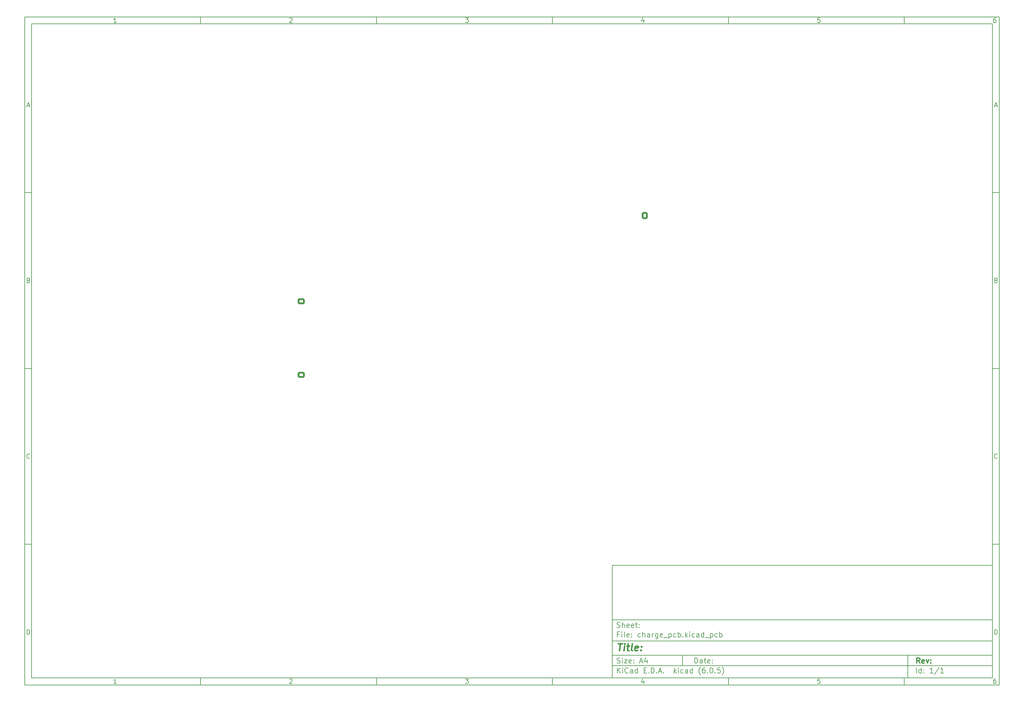
<source format=gbo>
G04 #@! TF.GenerationSoftware,KiCad,Pcbnew,(6.0.5)*
G04 #@! TF.CreationDate,2023-05-02T09:08:16+02:00*
G04 #@! TF.ProjectId,charge_pcb,63686172-6765-45f7-9063-622e6b696361,rev?*
G04 #@! TF.SameCoordinates,Original*
G04 #@! TF.FileFunction,Legend,Bot*
G04 #@! TF.FilePolarity,Positive*
%FSLAX46Y46*%
G04 Gerber Fmt 4.6, Leading zero omitted, Abs format (unit mm)*
G04 Created by KiCad (PCBNEW (6.0.5)) date 2023-05-02 09:08:16*
%MOMM*%
%LPD*%
G01*
G04 APERTURE LIST*
G04 Aperture macros list*
%AMRoundRect*
0 Rectangle with rounded corners*
0 $1 Rounding radius*
0 $2 $3 $4 $5 $6 $7 $8 $9 X,Y pos of 4 corners*
0 Add a 4 corners polygon primitive as box body*
4,1,4,$2,$3,$4,$5,$6,$7,$8,$9,$2,$3,0*
0 Add four circle primitives for the rounded corners*
1,1,$1+$1,$2,$3*
1,1,$1+$1,$4,$5*
1,1,$1+$1,$6,$7*
1,1,$1+$1,$8,$9*
0 Add four rect primitives between the rounded corners*
20,1,$1+$1,$2,$3,$4,$5,0*
20,1,$1+$1,$4,$5,$6,$7,0*
20,1,$1+$1,$6,$7,$8,$9,0*
20,1,$1+$1,$8,$9,$2,$3,0*%
G04 Aperture macros list end*
%ADD10C,0.100000*%
%ADD11C,0.150000*%
%ADD12C,0.300000*%
%ADD13C,0.400000*%
%ADD14R,2.540000X2.540000*%
%ADD15C,2.540000*%
%ADD16C,1.501140*%
%ADD17R,2.000000X2.000000*%
%ADD18O,2.000000X2.000000*%
%ADD19O,4.000500X2.499360*%
%ADD20C,3.200000*%
%ADD21R,3.000000X3.000000*%
%ADD22C,3.000000*%
%ADD23R,1.500000X1.500000*%
%ADD24C,1.500000*%
%ADD25C,1.600000*%
%ADD26O,1.600000X1.600000*%
%ADD27C,5.600000*%
%ADD28C,3.600000*%
%ADD29R,2.000000X1.905000*%
%ADD30O,2.000000X1.905000*%
%ADD31RoundRect,0.250000X0.725000X-0.600000X0.725000X0.600000X-0.725000X0.600000X-0.725000X-0.600000X0*%
%ADD32O,1.950000X1.700000*%
%ADD33RoundRect,0.250000X0.750000X-0.600000X0.750000X0.600000X-0.750000X0.600000X-0.750000X-0.600000X0*%
%ADD34O,2.000000X1.700000*%
%ADD35RoundRect,0.250000X-0.600000X-0.750000X0.600000X-0.750000X0.600000X0.750000X-0.600000X0.750000X0*%
%ADD36O,1.700000X2.000000*%
%ADD37R,1.800000X2.000000*%
%ADD38O,1.800000X2.000000*%
%ADD39O,3.000000X3.000000*%
%ADD40R,1.700000X1.700000*%
%ADD41O,1.700000X1.700000*%
%ADD42R,1.800000X1.800000*%
%ADD43C,1.800000*%
%ADD44R,2.200000X2.200000*%
%ADD45O,2.200000X2.200000*%
G04 APERTURE END LIST*
D10*
D11*
X177002200Y-166007200D02*
X177002200Y-198007200D01*
X285002200Y-198007200D01*
X285002200Y-166007200D01*
X177002200Y-166007200D01*
D10*
D11*
X10000000Y-10000000D02*
X10000000Y-200007200D01*
X287002200Y-200007200D01*
X287002200Y-10000000D01*
X10000000Y-10000000D01*
D10*
D11*
X12000000Y-12000000D02*
X12000000Y-198007200D01*
X285002200Y-198007200D01*
X285002200Y-12000000D01*
X12000000Y-12000000D01*
D10*
D11*
X60000000Y-12000000D02*
X60000000Y-10000000D01*
D10*
D11*
X110000000Y-12000000D02*
X110000000Y-10000000D01*
D10*
D11*
X160000000Y-12000000D02*
X160000000Y-10000000D01*
D10*
D11*
X210000000Y-12000000D02*
X210000000Y-10000000D01*
D10*
D11*
X260000000Y-12000000D02*
X260000000Y-10000000D01*
D10*
D11*
X36065476Y-11588095D02*
X35322619Y-11588095D01*
X35694047Y-11588095D02*
X35694047Y-10288095D01*
X35570238Y-10473809D01*
X35446428Y-10597619D01*
X35322619Y-10659523D01*
D10*
D11*
X85322619Y-10411904D02*
X85384523Y-10350000D01*
X85508333Y-10288095D01*
X85817857Y-10288095D01*
X85941666Y-10350000D01*
X86003571Y-10411904D01*
X86065476Y-10535714D01*
X86065476Y-10659523D01*
X86003571Y-10845238D01*
X85260714Y-11588095D01*
X86065476Y-11588095D01*
D10*
D11*
X135260714Y-10288095D02*
X136065476Y-10288095D01*
X135632142Y-10783333D01*
X135817857Y-10783333D01*
X135941666Y-10845238D01*
X136003571Y-10907142D01*
X136065476Y-11030952D01*
X136065476Y-11340476D01*
X136003571Y-11464285D01*
X135941666Y-11526190D01*
X135817857Y-11588095D01*
X135446428Y-11588095D01*
X135322619Y-11526190D01*
X135260714Y-11464285D01*
D10*
D11*
X185941666Y-10721428D02*
X185941666Y-11588095D01*
X185632142Y-10226190D02*
X185322619Y-11154761D01*
X186127380Y-11154761D01*
D10*
D11*
X236003571Y-10288095D02*
X235384523Y-10288095D01*
X235322619Y-10907142D01*
X235384523Y-10845238D01*
X235508333Y-10783333D01*
X235817857Y-10783333D01*
X235941666Y-10845238D01*
X236003571Y-10907142D01*
X236065476Y-11030952D01*
X236065476Y-11340476D01*
X236003571Y-11464285D01*
X235941666Y-11526190D01*
X235817857Y-11588095D01*
X235508333Y-11588095D01*
X235384523Y-11526190D01*
X235322619Y-11464285D01*
D10*
D11*
X285941666Y-10288095D02*
X285694047Y-10288095D01*
X285570238Y-10350000D01*
X285508333Y-10411904D01*
X285384523Y-10597619D01*
X285322619Y-10845238D01*
X285322619Y-11340476D01*
X285384523Y-11464285D01*
X285446428Y-11526190D01*
X285570238Y-11588095D01*
X285817857Y-11588095D01*
X285941666Y-11526190D01*
X286003571Y-11464285D01*
X286065476Y-11340476D01*
X286065476Y-11030952D01*
X286003571Y-10907142D01*
X285941666Y-10845238D01*
X285817857Y-10783333D01*
X285570238Y-10783333D01*
X285446428Y-10845238D01*
X285384523Y-10907142D01*
X285322619Y-11030952D01*
D10*
D11*
X60000000Y-198007200D02*
X60000000Y-200007200D01*
D10*
D11*
X110000000Y-198007200D02*
X110000000Y-200007200D01*
D10*
D11*
X160000000Y-198007200D02*
X160000000Y-200007200D01*
D10*
D11*
X210000000Y-198007200D02*
X210000000Y-200007200D01*
D10*
D11*
X260000000Y-198007200D02*
X260000000Y-200007200D01*
D10*
D11*
X36065476Y-199595295D02*
X35322619Y-199595295D01*
X35694047Y-199595295D02*
X35694047Y-198295295D01*
X35570238Y-198481009D01*
X35446428Y-198604819D01*
X35322619Y-198666723D01*
D10*
D11*
X85322619Y-198419104D02*
X85384523Y-198357200D01*
X85508333Y-198295295D01*
X85817857Y-198295295D01*
X85941666Y-198357200D01*
X86003571Y-198419104D01*
X86065476Y-198542914D01*
X86065476Y-198666723D01*
X86003571Y-198852438D01*
X85260714Y-199595295D01*
X86065476Y-199595295D01*
D10*
D11*
X135260714Y-198295295D02*
X136065476Y-198295295D01*
X135632142Y-198790533D01*
X135817857Y-198790533D01*
X135941666Y-198852438D01*
X136003571Y-198914342D01*
X136065476Y-199038152D01*
X136065476Y-199347676D01*
X136003571Y-199471485D01*
X135941666Y-199533390D01*
X135817857Y-199595295D01*
X135446428Y-199595295D01*
X135322619Y-199533390D01*
X135260714Y-199471485D01*
D10*
D11*
X185941666Y-198728628D02*
X185941666Y-199595295D01*
X185632142Y-198233390D02*
X185322619Y-199161961D01*
X186127380Y-199161961D01*
D10*
D11*
X236003571Y-198295295D02*
X235384523Y-198295295D01*
X235322619Y-198914342D01*
X235384523Y-198852438D01*
X235508333Y-198790533D01*
X235817857Y-198790533D01*
X235941666Y-198852438D01*
X236003571Y-198914342D01*
X236065476Y-199038152D01*
X236065476Y-199347676D01*
X236003571Y-199471485D01*
X235941666Y-199533390D01*
X235817857Y-199595295D01*
X235508333Y-199595295D01*
X235384523Y-199533390D01*
X235322619Y-199471485D01*
D10*
D11*
X285941666Y-198295295D02*
X285694047Y-198295295D01*
X285570238Y-198357200D01*
X285508333Y-198419104D01*
X285384523Y-198604819D01*
X285322619Y-198852438D01*
X285322619Y-199347676D01*
X285384523Y-199471485D01*
X285446428Y-199533390D01*
X285570238Y-199595295D01*
X285817857Y-199595295D01*
X285941666Y-199533390D01*
X286003571Y-199471485D01*
X286065476Y-199347676D01*
X286065476Y-199038152D01*
X286003571Y-198914342D01*
X285941666Y-198852438D01*
X285817857Y-198790533D01*
X285570238Y-198790533D01*
X285446428Y-198852438D01*
X285384523Y-198914342D01*
X285322619Y-199038152D01*
D10*
D11*
X10000000Y-60000000D02*
X12000000Y-60000000D01*
D10*
D11*
X10000000Y-110000000D02*
X12000000Y-110000000D01*
D10*
D11*
X10000000Y-160000000D02*
X12000000Y-160000000D01*
D10*
D11*
X10690476Y-35216666D02*
X11309523Y-35216666D01*
X10566666Y-35588095D02*
X11000000Y-34288095D01*
X11433333Y-35588095D01*
D10*
D11*
X11092857Y-84907142D02*
X11278571Y-84969047D01*
X11340476Y-85030952D01*
X11402380Y-85154761D01*
X11402380Y-85340476D01*
X11340476Y-85464285D01*
X11278571Y-85526190D01*
X11154761Y-85588095D01*
X10659523Y-85588095D01*
X10659523Y-84288095D01*
X11092857Y-84288095D01*
X11216666Y-84350000D01*
X11278571Y-84411904D01*
X11340476Y-84535714D01*
X11340476Y-84659523D01*
X11278571Y-84783333D01*
X11216666Y-84845238D01*
X11092857Y-84907142D01*
X10659523Y-84907142D01*
D10*
D11*
X11402380Y-135464285D02*
X11340476Y-135526190D01*
X11154761Y-135588095D01*
X11030952Y-135588095D01*
X10845238Y-135526190D01*
X10721428Y-135402380D01*
X10659523Y-135278571D01*
X10597619Y-135030952D01*
X10597619Y-134845238D01*
X10659523Y-134597619D01*
X10721428Y-134473809D01*
X10845238Y-134350000D01*
X11030952Y-134288095D01*
X11154761Y-134288095D01*
X11340476Y-134350000D01*
X11402380Y-134411904D01*
D10*
D11*
X10659523Y-185588095D02*
X10659523Y-184288095D01*
X10969047Y-184288095D01*
X11154761Y-184350000D01*
X11278571Y-184473809D01*
X11340476Y-184597619D01*
X11402380Y-184845238D01*
X11402380Y-185030952D01*
X11340476Y-185278571D01*
X11278571Y-185402380D01*
X11154761Y-185526190D01*
X10969047Y-185588095D01*
X10659523Y-185588095D01*
D10*
D11*
X287002200Y-60000000D02*
X285002200Y-60000000D01*
D10*
D11*
X287002200Y-110000000D02*
X285002200Y-110000000D01*
D10*
D11*
X287002200Y-160000000D02*
X285002200Y-160000000D01*
D10*
D11*
X285692676Y-35216666D02*
X286311723Y-35216666D01*
X285568866Y-35588095D02*
X286002200Y-34288095D01*
X286435533Y-35588095D01*
D10*
D11*
X286095057Y-84907142D02*
X286280771Y-84969047D01*
X286342676Y-85030952D01*
X286404580Y-85154761D01*
X286404580Y-85340476D01*
X286342676Y-85464285D01*
X286280771Y-85526190D01*
X286156961Y-85588095D01*
X285661723Y-85588095D01*
X285661723Y-84288095D01*
X286095057Y-84288095D01*
X286218866Y-84350000D01*
X286280771Y-84411904D01*
X286342676Y-84535714D01*
X286342676Y-84659523D01*
X286280771Y-84783333D01*
X286218866Y-84845238D01*
X286095057Y-84907142D01*
X285661723Y-84907142D01*
D10*
D11*
X286404580Y-135464285D02*
X286342676Y-135526190D01*
X286156961Y-135588095D01*
X286033152Y-135588095D01*
X285847438Y-135526190D01*
X285723628Y-135402380D01*
X285661723Y-135278571D01*
X285599819Y-135030952D01*
X285599819Y-134845238D01*
X285661723Y-134597619D01*
X285723628Y-134473809D01*
X285847438Y-134350000D01*
X286033152Y-134288095D01*
X286156961Y-134288095D01*
X286342676Y-134350000D01*
X286404580Y-134411904D01*
D10*
D11*
X285661723Y-185588095D02*
X285661723Y-184288095D01*
X285971247Y-184288095D01*
X286156961Y-184350000D01*
X286280771Y-184473809D01*
X286342676Y-184597619D01*
X286404580Y-184845238D01*
X286404580Y-185030952D01*
X286342676Y-185278571D01*
X286280771Y-185402380D01*
X286156961Y-185526190D01*
X285971247Y-185588095D01*
X285661723Y-185588095D01*
D10*
D11*
X200434342Y-193785771D02*
X200434342Y-192285771D01*
X200791485Y-192285771D01*
X201005771Y-192357200D01*
X201148628Y-192500057D01*
X201220057Y-192642914D01*
X201291485Y-192928628D01*
X201291485Y-193142914D01*
X201220057Y-193428628D01*
X201148628Y-193571485D01*
X201005771Y-193714342D01*
X200791485Y-193785771D01*
X200434342Y-193785771D01*
X202577200Y-193785771D02*
X202577200Y-193000057D01*
X202505771Y-192857200D01*
X202362914Y-192785771D01*
X202077200Y-192785771D01*
X201934342Y-192857200D01*
X202577200Y-193714342D02*
X202434342Y-193785771D01*
X202077200Y-193785771D01*
X201934342Y-193714342D01*
X201862914Y-193571485D01*
X201862914Y-193428628D01*
X201934342Y-193285771D01*
X202077200Y-193214342D01*
X202434342Y-193214342D01*
X202577200Y-193142914D01*
X203077200Y-192785771D02*
X203648628Y-192785771D01*
X203291485Y-192285771D02*
X203291485Y-193571485D01*
X203362914Y-193714342D01*
X203505771Y-193785771D01*
X203648628Y-193785771D01*
X204720057Y-193714342D02*
X204577200Y-193785771D01*
X204291485Y-193785771D01*
X204148628Y-193714342D01*
X204077200Y-193571485D01*
X204077200Y-193000057D01*
X204148628Y-192857200D01*
X204291485Y-192785771D01*
X204577200Y-192785771D01*
X204720057Y-192857200D01*
X204791485Y-193000057D01*
X204791485Y-193142914D01*
X204077200Y-193285771D01*
X205434342Y-193642914D02*
X205505771Y-193714342D01*
X205434342Y-193785771D01*
X205362914Y-193714342D01*
X205434342Y-193642914D01*
X205434342Y-193785771D01*
X205434342Y-192857200D02*
X205505771Y-192928628D01*
X205434342Y-193000057D01*
X205362914Y-192928628D01*
X205434342Y-192857200D01*
X205434342Y-193000057D01*
D10*
D11*
X177002200Y-194507200D02*
X285002200Y-194507200D01*
D10*
D11*
X178434342Y-196585771D02*
X178434342Y-195085771D01*
X179291485Y-196585771D02*
X178648628Y-195728628D01*
X179291485Y-195085771D02*
X178434342Y-195942914D01*
X179934342Y-196585771D02*
X179934342Y-195585771D01*
X179934342Y-195085771D02*
X179862914Y-195157200D01*
X179934342Y-195228628D01*
X180005771Y-195157200D01*
X179934342Y-195085771D01*
X179934342Y-195228628D01*
X181505771Y-196442914D02*
X181434342Y-196514342D01*
X181220057Y-196585771D01*
X181077200Y-196585771D01*
X180862914Y-196514342D01*
X180720057Y-196371485D01*
X180648628Y-196228628D01*
X180577200Y-195942914D01*
X180577200Y-195728628D01*
X180648628Y-195442914D01*
X180720057Y-195300057D01*
X180862914Y-195157200D01*
X181077200Y-195085771D01*
X181220057Y-195085771D01*
X181434342Y-195157200D01*
X181505771Y-195228628D01*
X182791485Y-196585771D02*
X182791485Y-195800057D01*
X182720057Y-195657200D01*
X182577200Y-195585771D01*
X182291485Y-195585771D01*
X182148628Y-195657200D01*
X182791485Y-196514342D02*
X182648628Y-196585771D01*
X182291485Y-196585771D01*
X182148628Y-196514342D01*
X182077200Y-196371485D01*
X182077200Y-196228628D01*
X182148628Y-196085771D01*
X182291485Y-196014342D01*
X182648628Y-196014342D01*
X182791485Y-195942914D01*
X184148628Y-196585771D02*
X184148628Y-195085771D01*
X184148628Y-196514342D02*
X184005771Y-196585771D01*
X183720057Y-196585771D01*
X183577200Y-196514342D01*
X183505771Y-196442914D01*
X183434342Y-196300057D01*
X183434342Y-195871485D01*
X183505771Y-195728628D01*
X183577200Y-195657200D01*
X183720057Y-195585771D01*
X184005771Y-195585771D01*
X184148628Y-195657200D01*
X186005771Y-195800057D02*
X186505771Y-195800057D01*
X186720057Y-196585771D02*
X186005771Y-196585771D01*
X186005771Y-195085771D01*
X186720057Y-195085771D01*
X187362914Y-196442914D02*
X187434342Y-196514342D01*
X187362914Y-196585771D01*
X187291485Y-196514342D01*
X187362914Y-196442914D01*
X187362914Y-196585771D01*
X188077200Y-196585771D02*
X188077200Y-195085771D01*
X188434342Y-195085771D01*
X188648628Y-195157200D01*
X188791485Y-195300057D01*
X188862914Y-195442914D01*
X188934342Y-195728628D01*
X188934342Y-195942914D01*
X188862914Y-196228628D01*
X188791485Y-196371485D01*
X188648628Y-196514342D01*
X188434342Y-196585771D01*
X188077200Y-196585771D01*
X189577200Y-196442914D02*
X189648628Y-196514342D01*
X189577200Y-196585771D01*
X189505771Y-196514342D01*
X189577200Y-196442914D01*
X189577200Y-196585771D01*
X190220057Y-196157200D02*
X190934342Y-196157200D01*
X190077200Y-196585771D02*
X190577200Y-195085771D01*
X191077200Y-196585771D01*
X191577200Y-196442914D02*
X191648628Y-196514342D01*
X191577200Y-196585771D01*
X191505771Y-196514342D01*
X191577200Y-196442914D01*
X191577200Y-196585771D01*
X194577200Y-196585771D02*
X194577200Y-195085771D01*
X194720057Y-196014342D02*
X195148628Y-196585771D01*
X195148628Y-195585771D02*
X194577200Y-196157200D01*
X195791485Y-196585771D02*
X195791485Y-195585771D01*
X195791485Y-195085771D02*
X195720057Y-195157200D01*
X195791485Y-195228628D01*
X195862914Y-195157200D01*
X195791485Y-195085771D01*
X195791485Y-195228628D01*
X197148628Y-196514342D02*
X197005771Y-196585771D01*
X196720057Y-196585771D01*
X196577200Y-196514342D01*
X196505771Y-196442914D01*
X196434342Y-196300057D01*
X196434342Y-195871485D01*
X196505771Y-195728628D01*
X196577200Y-195657200D01*
X196720057Y-195585771D01*
X197005771Y-195585771D01*
X197148628Y-195657200D01*
X198434342Y-196585771D02*
X198434342Y-195800057D01*
X198362914Y-195657200D01*
X198220057Y-195585771D01*
X197934342Y-195585771D01*
X197791485Y-195657200D01*
X198434342Y-196514342D02*
X198291485Y-196585771D01*
X197934342Y-196585771D01*
X197791485Y-196514342D01*
X197720057Y-196371485D01*
X197720057Y-196228628D01*
X197791485Y-196085771D01*
X197934342Y-196014342D01*
X198291485Y-196014342D01*
X198434342Y-195942914D01*
X199791485Y-196585771D02*
X199791485Y-195085771D01*
X199791485Y-196514342D02*
X199648628Y-196585771D01*
X199362914Y-196585771D01*
X199220057Y-196514342D01*
X199148628Y-196442914D01*
X199077200Y-196300057D01*
X199077200Y-195871485D01*
X199148628Y-195728628D01*
X199220057Y-195657200D01*
X199362914Y-195585771D01*
X199648628Y-195585771D01*
X199791485Y-195657200D01*
X202077200Y-197157200D02*
X202005771Y-197085771D01*
X201862914Y-196871485D01*
X201791485Y-196728628D01*
X201720057Y-196514342D01*
X201648628Y-196157200D01*
X201648628Y-195871485D01*
X201720057Y-195514342D01*
X201791485Y-195300057D01*
X201862914Y-195157200D01*
X202005771Y-194942914D01*
X202077200Y-194871485D01*
X203291485Y-195085771D02*
X203005771Y-195085771D01*
X202862914Y-195157200D01*
X202791485Y-195228628D01*
X202648628Y-195442914D01*
X202577200Y-195728628D01*
X202577200Y-196300057D01*
X202648628Y-196442914D01*
X202720057Y-196514342D01*
X202862914Y-196585771D01*
X203148628Y-196585771D01*
X203291485Y-196514342D01*
X203362914Y-196442914D01*
X203434342Y-196300057D01*
X203434342Y-195942914D01*
X203362914Y-195800057D01*
X203291485Y-195728628D01*
X203148628Y-195657200D01*
X202862914Y-195657200D01*
X202720057Y-195728628D01*
X202648628Y-195800057D01*
X202577200Y-195942914D01*
X204077200Y-196442914D02*
X204148628Y-196514342D01*
X204077200Y-196585771D01*
X204005771Y-196514342D01*
X204077200Y-196442914D01*
X204077200Y-196585771D01*
X205077200Y-195085771D02*
X205220057Y-195085771D01*
X205362914Y-195157200D01*
X205434342Y-195228628D01*
X205505771Y-195371485D01*
X205577200Y-195657200D01*
X205577200Y-196014342D01*
X205505771Y-196300057D01*
X205434342Y-196442914D01*
X205362914Y-196514342D01*
X205220057Y-196585771D01*
X205077200Y-196585771D01*
X204934342Y-196514342D01*
X204862914Y-196442914D01*
X204791485Y-196300057D01*
X204720057Y-196014342D01*
X204720057Y-195657200D01*
X204791485Y-195371485D01*
X204862914Y-195228628D01*
X204934342Y-195157200D01*
X205077200Y-195085771D01*
X206220057Y-196442914D02*
X206291485Y-196514342D01*
X206220057Y-196585771D01*
X206148628Y-196514342D01*
X206220057Y-196442914D01*
X206220057Y-196585771D01*
X207648628Y-195085771D02*
X206934342Y-195085771D01*
X206862914Y-195800057D01*
X206934342Y-195728628D01*
X207077200Y-195657200D01*
X207434342Y-195657200D01*
X207577200Y-195728628D01*
X207648628Y-195800057D01*
X207720057Y-195942914D01*
X207720057Y-196300057D01*
X207648628Y-196442914D01*
X207577200Y-196514342D01*
X207434342Y-196585771D01*
X207077200Y-196585771D01*
X206934342Y-196514342D01*
X206862914Y-196442914D01*
X208220057Y-197157200D02*
X208291485Y-197085771D01*
X208434342Y-196871485D01*
X208505771Y-196728628D01*
X208577200Y-196514342D01*
X208648628Y-196157200D01*
X208648628Y-195871485D01*
X208577200Y-195514342D01*
X208505771Y-195300057D01*
X208434342Y-195157200D01*
X208291485Y-194942914D01*
X208220057Y-194871485D01*
D10*
D11*
X177002200Y-191507200D02*
X285002200Y-191507200D01*
D10*
D12*
X264411485Y-193785771D02*
X263911485Y-193071485D01*
X263554342Y-193785771D02*
X263554342Y-192285771D01*
X264125771Y-192285771D01*
X264268628Y-192357200D01*
X264340057Y-192428628D01*
X264411485Y-192571485D01*
X264411485Y-192785771D01*
X264340057Y-192928628D01*
X264268628Y-193000057D01*
X264125771Y-193071485D01*
X263554342Y-193071485D01*
X265625771Y-193714342D02*
X265482914Y-193785771D01*
X265197200Y-193785771D01*
X265054342Y-193714342D01*
X264982914Y-193571485D01*
X264982914Y-193000057D01*
X265054342Y-192857200D01*
X265197200Y-192785771D01*
X265482914Y-192785771D01*
X265625771Y-192857200D01*
X265697200Y-193000057D01*
X265697200Y-193142914D01*
X264982914Y-193285771D01*
X266197200Y-192785771D02*
X266554342Y-193785771D01*
X266911485Y-192785771D01*
X267482914Y-193642914D02*
X267554342Y-193714342D01*
X267482914Y-193785771D01*
X267411485Y-193714342D01*
X267482914Y-193642914D01*
X267482914Y-193785771D01*
X267482914Y-192857200D02*
X267554342Y-192928628D01*
X267482914Y-193000057D01*
X267411485Y-192928628D01*
X267482914Y-192857200D01*
X267482914Y-193000057D01*
D10*
D11*
X178362914Y-193714342D02*
X178577200Y-193785771D01*
X178934342Y-193785771D01*
X179077200Y-193714342D01*
X179148628Y-193642914D01*
X179220057Y-193500057D01*
X179220057Y-193357200D01*
X179148628Y-193214342D01*
X179077200Y-193142914D01*
X178934342Y-193071485D01*
X178648628Y-193000057D01*
X178505771Y-192928628D01*
X178434342Y-192857200D01*
X178362914Y-192714342D01*
X178362914Y-192571485D01*
X178434342Y-192428628D01*
X178505771Y-192357200D01*
X178648628Y-192285771D01*
X179005771Y-192285771D01*
X179220057Y-192357200D01*
X179862914Y-193785771D02*
X179862914Y-192785771D01*
X179862914Y-192285771D02*
X179791485Y-192357200D01*
X179862914Y-192428628D01*
X179934342Y-192357200D01*
X179862914Y-192285771D01*
X179862914Y-192428628D01*
X180434342Y-192785771D02*
X181220057Y-192785771D01*
X180434342Y-193785771D01*
X181220057Y-193785771D01*
X182362914Y-193714342D02*
X182220057Y-193785771D01*
X181934342Y-193785771D01*
X181791485Y-193714342D01*
X181720057Y-193571485D01*
X181720057Y-193000057D01*
X181791485Y-192857200D01*
X181934342Y-192785771D01*
X182220057Y-192785771D01*
X182362914Y-192857200D01*
X182434342Y-193000057D01*
X182434342Y-193142914D01*
X181720057Y-193285771D01*
X183077200Y-193642914D02*
X183148628Y-193714342D01*
X183077200Y-193785771D01*
X183005771Y-193714342D01*
X183077200Y-193642914D01*
X183077200Y-193785771D01*
X183077200Y-192857200D02*
X183148628Y-192928628D01*
X183077200Y-193000057D01*
X183005771Y-192928628D01*
X183077200Y-192857200D01*
X183077200Y-193000057D01*
X184862914Y-193357200D02*
X185577200Y-193357200D01*
X184720057Y-193785771D02*
X185220057Y-192285771D01*
X185720057Y-193785771D01*
X186862914Y-192785771D02*
X186862914Y-193785771D01*
X186505771Y-192214342D02*
X186148628Y-193285771D01*
X187077200Y-193285771D01*
D10*
D11*
X263434342Y-196585771D02*
X263434342Y-195085771D01*
X264791485Y-196585771D02*
X264791485Y-195085771D01*
X264791485Y-196514342D02*
X264648628Y-196585771D01*
X264362914Y-196585771D01*
X264220057Y-196514342D01*
X264148628Y-196442914D01*
X264077200Y-196300057D01*
X264077200Y-195871485D01*
X264148628Y-195728628D01*
X264220057Y-195657200D01*
X264362914Y-195585771D01*
X264648628Y-195585771D01*
X264791485Y-195657200D01*
X265505771Y-196442914D02*
X265577200Y-196514342D01*
X265505771Y-196585771D01*
X265434342Y-196514342D01*
X265505771Y-196442914D01*
X265505771Y-196585771D01*
X265505771Y-195657200D02*
X265577200Y-195728628D01*
X265505771Y-195800057D01*
X265434342Y-195728628D01*
X265505771Y-195657200D01*
X265505771Y-195800057D01*
X268148628Y-196585771D02*
X267291485Y-196585771D01*
X267720057Y-196585771D02*
X267720057Y-195085771D01*
X267577200Y-195300057D01*
X267434342Y-195442914D01*
X267291485Y-195514342D01*
X269862914Y-195014342D02*
X268577200Y-196942914D01*
X271148628Y-196585771D02*
X270291485Y-196585771D01*
X270720057Y-196585771D02*
X270720057Y-195085771D01*
X270577200Y-195300057D01*
X270434342Y-195442914D01*
X270291485Y-195514342D01*
D10*
D11*
X177002200Y-187507200D02*
X285002200Y-187507200D01*
D10*
D13*
X178714580Y-188211961D02*
X179857438Y-188211961D01*
X179036009Y-190211961D02*
X179286009Y-188211961D01*
X180274104Y-190211961D02*
X180440771Y-188878628D01*
X180524104Y-188211961D02*
X180416961Y-188307200D01*
X180500295Y-188402438D01*
X180607438Y-188307200D01*
X180524104Y-188211961D01*
X180500295Y-188402438D01*
X181107438Y-188878628D02*
X181869342Y-188878628D01*
X181476485Y-188211961D02*
X181262200Y-189926247D01*
X181333628Y-190116723D01*
X181512200Y-190211961D01*
X181702676Y-190211961D01*
X182655057Y-190211961D02*
X182476485Y-190116723D01*
X182405057Y-189926247D01*
X182619342Y-188211961D01*
X184190771Y-190116723D02*
X183988390Y-190211961D01*
X183607438Y-190211961D01*
X183428866Y-190116723D01*
X183357438Y-189926247D01*
X183452676Y-189164342D01*
X183571723Y-188973866D01*
X183774104Y-188878628D01*
X184155057Y-188878628D01*
X184333628Y-188973866D01*
X184405057Y-189164342D01*
X184381247Y-189354819D01*
X183405057Y-189545295D01*
X185155057Y-190021485D02*
X185238390Y-190116723D01*
X185131247Y-190211961D01*
X185047914Y-190116723D01*
X185155057Y-190021485D01*
X185131247Y-190211961D01*
X185286009Y-188973866D02*
X185369342Y-189069104D01*
X185262200Y-189164342D01*
X185178866Y-189069104D01*
X185286009Y-188973866D01*
X185262200Y-189164342D01*
D10*
D11*
X178934342Y-185600057D02*
X178434342Y-185600057D01*
X178434342Y-186385771D02*
X178434342Y-184885771D01*
X179148628Y-184885771D01*
X179720057Y-186385771D02*
X179720057Y-185385771D01*
X179720057Y-184885771D02*
X179648628Y-184957200D01*
X179720057Y-185028628D01*
X179791485Y-184957200D01*
X179720057Y-184885771D01*
X179720057Y-185028628D01*
X180648628Y-186385771D02*
X180505771Y-186314342D01*
X180434342Y-186171485D01*
X180434342Y-184885771D01*
X181791485Y-186314342D02*
X181648628Y-186385771D01*
X181362914Y-186385771D01*
X181220057Y-186314342D01*
X181148628Y-186171485D01*
X181148628Y-185600057D01*
X181220057Y-185457200D01*
X181362914Y-185385771D01*
X181648628Y-185385771D01*
X181791485Y-185457200D01*
X181862914Y-185600057D01*
X181862914Y-185742914D01*
X181148628Y-185885771D01*
X182505771Y-186242914D02*
X182577200Y-186314342D01*
X182505771Y-186385771D01*
X182434342Y-186314342D01*
X182505771Y-186242914D01*
X182505771Y-186385771D01*
X182505771Y-185457200D02*
X182577200Y-185528628D01*
X182505771Y-185600057D01*
X182434342Y-185528628D01*
X182505771Y-185457200D01*
X182505771Y-185600057D01*
X185005771Y-186314342D02*
X184862914Y-186385771D01*
X184577200Y-186385771D01*
X184434342Y-186314342D01*
X184362914Y-186242914D01*
X184291485Y-186100057D01*
X184291485Y-185671485D01*
X184362914Y-185528628D01*
X184434342Y-185457200D01*
X184577200Y-185385771D01*
X184862914Y-185385771D01*
X185005771Y-185457200D01*
X185648628Y-186385771D02*
X185648628Y-184885771D01*
X186291485Y-186385771D02*
X186291485Y-185600057D01*
X186220057Y-185457200D01*
X186077200Y-185385771D01*
X185862914Y-185385771D01*
X185720057Y-185457200D01*
X185648628Y-185528628D01*
X187648628Y-186385771D02*
X187648628Y-185600057D01*
X187577200Y-185457200D01*
X187434342Y-185385771D01*
X187148628Y-185385771D01*
X187005771Y-185457200D01*
X187648628Y-186314342D02*
X187505771Y-186385771D01*
X187148628Y-186385771D01*
X187005771Y-186314342D01*
X186934342Y-186171485D01*
X186934342Y-186028628D01*
X187005771Y-185885771D01*
X187148628Y-185814342D01*
X187505771Y-185814342D01*
X187648628Y-185742914D01*
X188362914Y-186385771D02*
X188362914Y-185385771D01*
X188362914Y-185671485D02*
X188434342Y-185528628D01*
X188505771Y-185457200D01*
X188648628Y-185385771D01*
X188791485Y-185385771D01*
X189934342Y-185385771D02*
X189934342Y-186600057D01*
X189862914Y-186742914D01*
X189791485Y-186814342D01*
X189648628Y-186885771D01*
X189434342Y-186885771D01*
X189291485Y-186814342D01*
X189934342Y-186314342D02*
X189791485Y-186385771D01*
X189505771Y-186385771D01*
X189362914Y-186314342D01*
X189291485Y-186242914D01*
X189220057Y-186100057D01*
X189220057Y-185671485D01*
X189291485Y-185528628D01*
X189362914Y-185457200D01*
X189505771Y-185385771D01*
X189791485Y-185385771D01*
X189934342Y-185457200D01*
X191220057Y-186314342D02*
X191077200Y-186385771D01*
X190791485Y-186385771D01*
X190648628Y-186314342D01*
X190577200Y-186171485D01*
X190577200Y-185600057D01*
X190648628Y-185457200D01*
X190791485Y-185385771D01*
X191077200Y-185385771D01*
X191220057Y-185457200D01*
X191291485Y-185600057D01*
X191291485Y-185742914D01*
X190577200Y-185885771D01*
X191577200Y-186528628D02*
X192720057Y-186528628D01*
X193077200Y-185385771D02*
X193077200Y-186885771D01*
X193077200Y-185457200D02*
X193220057Y-185385771D01*
X193505771Y-185385771D01*
X193648628Y-185457200D01*
X193720057Y-185528628D01*
X193791485Y-185671485D01*
X193791485Y-186100057D01*
X193720057Y-186242914D01*
X193648628Y-186314342D01*
X193505771Y-186385771D01*
X193220057Y-186385771D01*
X193077200Y-186314342D01*
X195077200Y-186314342D02*
X194934342Y-186385771D01*
X194648628Y-186385771D01*
X194505771Y-186314342D01*
X194434342Y-186242914D01*
X194362914Y-186100057D01*
X194362914Y-185671485D01*
X194434342Y-185528628D01*
X194505771Y-185457200D01*
X194648628Y-185385771D01*
X194934342Y-185385771D01*
X195077200Y-185457200D01*
X195720057Y-186385771D02*
X195720057Y-184885771D01*
X195720057Y-185457200D02*
X195862914Y-185385771D01*
X196148628Y-185385771D01*
X196291485Y-185457200D01*
X196362914Y-185528628D01*
X196434342Y-185671485D01*
X196434342Y-186100057D01*
X196362914Y-186242914D01*
X196291485Y-186314342D01*
X196148628Y-186385771D01*
X195862914Y-186385771D01*
X195720057Y-186314342D01*
X197077200Y-186242914D02*
X197148628Y-186314342D01*
X197077200Y-186385771D01*
X197005771Y-186314342D01*
X197077200Y-186242914D01*
X197077200Y-186385771D01*
X197791485Y-186385771D02*
X197791485Y-184885771D01*
X197934342Y-185814342D02*
X198362914Y-186385771D01*
X198362914Y-185385771D02*
X197791485Y-185957200D01*
X199005771Y-186385771D02*
X199005771Y-185385771D01*
X199005771Y-184885771D02*
X198934342Y-184957200D01*
X199005771Y-185028628D01*
X199077200Y-184957200D01*
X199005771Y-184885771D01*
X199005771Y-185028628D01*
X200362914Y-186314342D02*
X200220057Y-186385771D01*
X199934342Y-186385771D01*
X199791485Y-186314342D01*
X199720057Y-186242914D01*
X199648628Y-186100057D01*
X199648628Y-185671485D01*
X199720057Y-185528628D01*
X199791485Y-185457200D01*
X199934342Y-185385771D01*
X200220057Y-185385771D01*
X200362914Y-185457200D01*
X201648628Y-186385771D02*
X201648628Y-185600057D01*
X201577200Y-185457200D01*
X201434342Y-185385771D01*
X201148628Y-185385771D01*
X201005771Y-185457200D01*
X201648628Y-186314342D02*
X201505771Y-186385771D01*
X201148628Y-186385771D01*
X201005771Y-186314342D01*
X200934342Y-186171485D01*
X200934342Y-186028628D01*
X201005771Y-185885771D01*
X201148628Y-185814342D01*
X201505771Y-185814342D01*
X201648628Y-185742914D01*
X203005771Y-186385771D02*
X203005771Y-184885771D01*
X203005771Y-186314342D02*
X202862914Y-186385771D01*
X202577200Y-186385771D01*
X202434342Y-186314342D01*
X202362914Y-186242914D01*
X202291485Y-186100057D01*
X202291485Y-185671485D01*
X202362914Y-185528628D01*
X202434342Y-185457200D01*
X202577200Y-185385771D01*
X202862914Y-185385771D01*
X203005771Y-185457200D01*
X203362914Y-186528628D02*
X204505771Y-186528628D01*
X204862914Y-185385771D02*
X204862914Y-186885771D01*
X204862914Y-185457200D02*
X205005771Y-185385771D01*
X205291485Y-185385771D01*
X205434342Y-185457200D01*
X205505771Y-185528628D01*
X205577200Y-185671485D01*
X205577200Y-186100057D01*
X205505771Y-186242914D01*
X205434342Y-186314342D01*
X205291485Y-186385771D01*
X205005771Y-186385771D01*
X204862914Y-186314342D01*
X206862914Y-186314342D02*
X206720057Y-186385771D01*
X206434342Y-186385771D01*
X206291485Y-186314342D01*
X206220057Y-186242914D01*
X206148628Y-186100057D01*
X206148628Y-185671485D01*
X206220057Y-185528628D01*
X206291485Y-185457200D01*
X206434342Y-185385771D01*
X206720057Y-185385771D01*
X206862914Y-185457200D01*
X207505771Y-186385771D02*
X207505771Y-184885771D01*
X207505771Y-185457200D02*
X207648628Y-185385771D01*
X207934342Y-185385771D01*
X208077200Y-185457200D01*
X208148628Y-185528628D01*
X208220057Y-185671485D01*
X208220057Y-186100057D01*
X208148628Y-186242914D01*
X208077200Y-186314342D01*
X207934342Y-186385771D01*
X207648628Y-186385771D01*
X207505771Y-186314342D01*
D10*
D11*
X177002200Y-181507200D02*
X285002200Y-181507200D01*
D10*
D11*
X178362914Y-183614342D02*
X178577200Y-183685771D01*
X178934342Y-183685771D01*
X179077200Y-183614342D01*
X179148628Y-183542914D01*
X179220057Y-183400057D01*
X179220057Y-183257200D01*
X179148628Y-183114342D01*
X179077200Y-183042914D01*
X178934342Y-182971485D01*
X178648628Y-182900057D01*
X178505771Y-182828628D01*
X178434342Y-182757200D01*
X178362914Y-182614342D01*
X178362914Y-182471485D01*
X178434342Y-182328628D01*
X178505771Y-182257200D01*
X178648628Y-182185771D01*
X179005771Y-182185771D01*
X179220057Y-182257200D01*
X179862914Y-183685771D02*
X179862914Y-182185771D01*
X180505771Y-183685771D02*
X180505771Y-182900057D01*
X180434342Y-182757200D01*
X180291485Y-182685771D01*
X180077200Y-182685771D01*
X179934342Y-182757200D01*
X179862914Y-182828628D01*
X181791485Y-183614342D02*
X181648628Y-183685771D01*
X181362914Y-183685771D01*
X181220057Y-183614342D01*
X181148628Y-183471485D01*
X181148628Y-182900057D01*
X181220057Y-182757200D01*
X181362914Y-182685771D01*
X181648628Y-182685771D01*
X181791485Y-182757200D01*
X181862914Y-182900057D01*
X181862914Y-183042914D01*
X181148628Y-183185771D01*
X183077200Y-183614342D02*
X182934342Y-183685771D01*
X182648628Y-183685771D01*
X182505771Y-183614342D01*
X182434342Y-183471485D01*
X182434342Y-182900057D01*
X182505771Y-182757200D01*
X182648628Y-182685771D01*
X182934342Y-182685771D01*
X183077200Y-182757200D01*
X183148628Y-182900057D01*
X183148628Y-183042914D01*
X182434342Y-183185771D01*
X183577200Y-182685771D02*
X184148628Y-182685771D01*
X183791485Y-182185771D02*
X183791485Y-183471485D01*
X183862914Y-183614342D01*
X184005771Y-183685771D01*
X184148628Y-183685771D01*
X184648628Y-183542914D02*
X184720057Y-183614342D01*
X184648628Y-183685771D01*
X184577200Y-183614342D01*
X184648628Y-183542914D01*
X184648628Y-183685771D01*
X184648628Y-182757200D02*
X184720057Y-182828628D01*
X184648628Y-182900057D01*
X184577200Y-182828628D01*
X184648628Y-182757200D01*
X184648628Y-182900057D01*
D10*
D12*
D10*
D11*
D10*
D11*
D10*
D11*
D10*
D11*
D10*
D11*
X197002200Y-191507200D02*
X197002200Y-194507200D01*
D10*
D11*
X261002200Y-191507200D02*
X261002200Y-198007200D01*
%LPC*%
D14*
X91440000Y-70866000D03*
D15*
X91440000Y-75946000D03*
D16*
X198120000Y-65024000D03*
X198120000Y-67564000D03*
D17*
X115824000Y-80772000D03*
D18*
X110744000Y-80772000D03*
D19*
X98473260Y-67056000D03*
X120474740Y-67056000D03*
D20*
X109474000Y-67056000D03*
D19*
X178640740Y-78232000D03*
X156639260Y-78232000D03*
D20*
X167640000Y-78232000D03*
D21*
X111530000Y-118618000D03*
D22*
X106450000Y-118618000D03*
D23*
X116392000Y-87255000D03*
D24*
X113792000Y-87255000D03*
X111192000Y-87255000D03*
D23*
X193742000Y-74035000D03*
D24*
X196342000Y-74035000D03*
X198942000Y-74035000D03*
D25*
X104648000Y-83820000D03*
D26*
X97028000Y-83820000D03*
D25*
X127254000Y-78232000D03*
D26*
X127254000Y-85852000D03*
D25*
X192024000Y-86106000D03*
D26*
X199644000Y-86106000D03*
D25*
X192024000Y-82550000D03*
D26*
X199644000Y-82550000D03*
D27*
X89289000Y-64897000D03*
D28*
X89289000Y-64897000D03*
D27*
X209169000Y-64897000D03*
D28*
X209169000Y-64897000D03*
X209296000Y-121666000D03*
D27*
X209296000Y-121666000D03*
D28*
X88550000Y-120780000D03*
D27*
X88550000Y-120780000D03*
D21*
X181102000Y-118110000D03*
D22*
X176022000Y-118110000D03*
D29*
X185237000Y-74422000D03*
D30*
X185237000Y-76962000D03*
X185237000Y-79502000D03*
D29*
X122865000Y-87122000D03*
D30*
X122865000Y-84582000D03*
X122865000Y-82042000D03*
D31*
X88629000Y-111760000D03*
D32*
X88629000Y-109260000D03*
X88629000Y-106760000D03*
X88629000Y-104260000D03*
X88629000Y-101760000D03*
X88629000Y-99260000D03*
D21*
X134620000Y-118364000D03*
D22*
X129540000Y-118364000D03*
D21*
X158242000Y-67818000D03*
D22*
X163322000Y-67818000D03*
D33*
X88629000Y-90912000D03*
D34*
X88629000Y-88412000D03*
D21*
X171450000Y-67818000D03*
D22*
X176530000Y-67818000D03*
D21*
X157988000Y-118364000D03*
D22*
X152908000Y-118364000D03*
D35*
X186202000Y-66531000D03*
D36*
X188702000Y-66531000D03*
D21*
X201930000Y-118110000D03*
D22*
X196850000Y-118110000D03*
D21*
X206248000Y-75946000D03*
D22*
X206248000Y-70866000D03*
D21*
X206248000Y-88138000D03*
D22*
X206248000Y-83058000D03*
D37*
X140450000Y-94700000D03*
D38*
X137910000Y-94700000D03*
X135370000Y-94700000D03*
X132830000Y-94700000D03*
X130290000Y-94700000D03*
X127750000Y-94700000D03*
X125210000Y-94700000D03*
X122670000Y-94700000D03*
D39*
X133465000Y-110575000D03*
X129655000Y-110575000D03*
D37*
X131826000Y-81026000D03*
D38*
X134366000Y-81026000D03*
X136906000Y-81026000D03*
X139446000Y-81026000D03*
X141986000Y-81026000D03*
X144526000Y-81026000D03*
X147066000Y-81026000D03*
X149606000Y-81026000D03*
D39*
X138811000Y-65151000D03*
X142621000Y-65151000D03*
D37*
X163680000Y-94700000D03*
D38*
X161140000Y-94700000D03*
X158600000Y-94700000D03*
X156060000Y-94700000D03*
X153520000Y-94700000D03*
X150980000Y-94700000D03*
X148440000Y-94700000D03*
X145900000Y-94700000D03*
D39*
X156695000Y-110575000D03*
X152885000Y-110575000D03*
D37*
X186720000Y-94700000D03*
D38*
X184180000Y-94700000D03*
X181640000Y-94700000D03*
X179100000Y-94700000D03*
X176560000Y-94700000D03*
X174020000Y-94700000D03*
X171480000Y-94700000D03*
X168940000Y-94700000D03*
D39*
X179735000Y-110575000D03*
X175925000Y-110575000D03*
D37*
X209750000Y-94700000D03*
D38*
X207210000Y-94700000D03*
X204670000Y-94700000D03*
X202130000Y-94700000D03*
X199590000Y-94700000D03*
X197050000Y-94700000D03*
X194510000Y-94700000D03*
X191970000Y-94700000D03*
D39*
X202765000Y-110575000D03*
X198955000Y-110575000D03*
D25*
X192024000Y-78994000D03*
D26*
X199644000Y-78994000D03*
D25*
X104648000Y-76962000D03*
D26*
X97028000Y-76962000D03*
D40*
X125730000Y-70617000D03*
D41*
X125730000Y-68077000D03*
D17*
X141732000Y-85923000D03*
D18*
X136652000Y-85923000D03*
D37*
X117280000Y-94620000D03*
D38*
X114740000Y-94620000D03*
X112200000Y-94620000D03*
X109660000Y-94620000D03*
X107120000Y-94620000D03*
X104580000Y-94620000D03*
X102040000Y-94620000D03*
X99500000Y-94620000D03*
D39*
X110295000Y-110495000D03*
X106485000Y-110495000D03*
D42*
X88895000Y-82296000D03*
D43*
X91435000Y-82296000D03*
D25*
X97028000Y-80264000D03*
D26*
X104648000Y-80264000D03*
D44*
X172720000Y-85852000D03*
D45*
X162560000Y-85852000D03*
D44*
X120650000Y-75184000D03*
D45*
X110490000Y-75184000D03*
M02*

</source>
